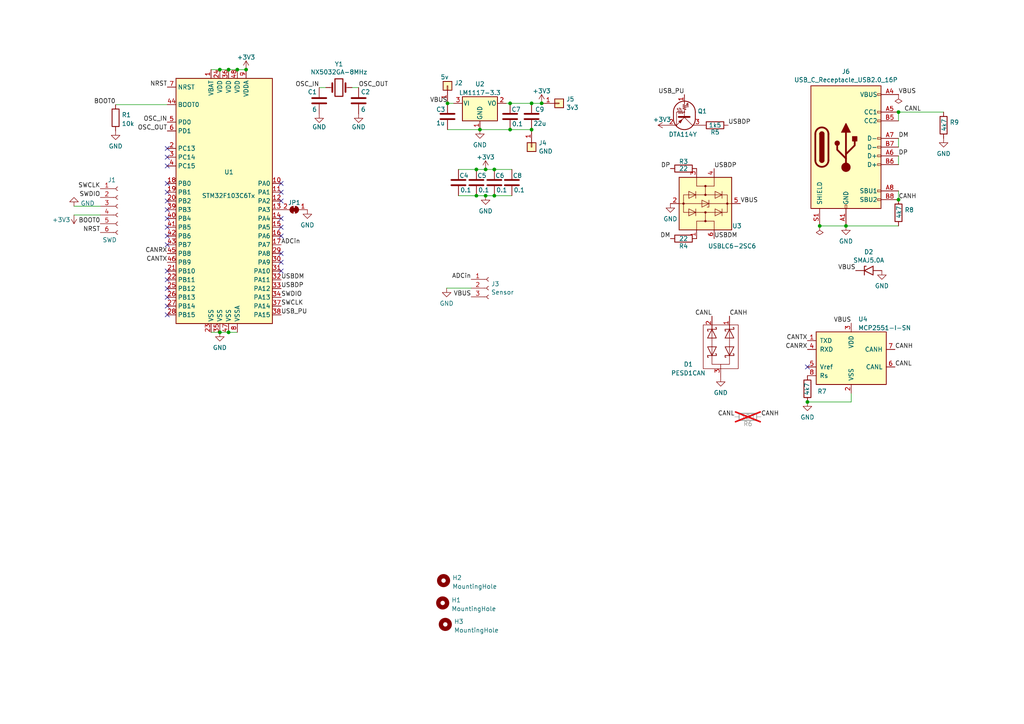
<source format=kicad_sch>
(kicad_sch (version 20231120) (generator "eeschema") (generator_version "8.0")
  (paper "A4")
  (lib_symbols
    (symbol "Connector:Conn_01x03_Socket" (pin_names (offset 1.016) hide)
      (property "Reference" "J" (at 0 5.08 0))
      (property "Value" "Conn_01x03_Socket" (at 0 -5.08 0))
      (symbol "Conn_01x03_Socket_1_1"
        (arc (start 0 -2.032) (mid -0.5058 -2.54) (end 0 -3.048) (stroke (width 0.1524)))
        (polyline (pts (xy -1.27 -2.54) (xy -0.508 -2.54)) (stroke (width 0.1524)))
        (polyline (pts (xy -1.27 0) (xy -0.508 0)) (stroke (width 0.1524)))
        (polyline (pts (xy -1.27 2.54) (xy -0.508 2.54)) (stroke (width 0.1524)))
        (arc (start 0 0.508) (mid -0.5058 0) (end 0 -0.508) (stroke (width 0.1524)))
        (arc (start 0 3.048) (mid -0.5058 2.54) (end 0 2.032) (stroke (width 0.1524)))
        (pin passive line (at -5.08 2.54 0) (length 3.81) (name "Pin_1") (number "1"))
        (pin passive line (at -5.08 0 0) (length 3.81) (name "Pin_2") (number "2"))
        (pin passive line (at -5.08 -2.54 0) (length 3.81) (name "Pin_3") (number "3"))
      )
    )
    (symbol "Connector:Conn_01x06_Female" (pin_names (offset 1.016) hide)
      (property "Reference" "J" (at 0 7.62 0))
      (property "Value" "Conn_01x06_Female" (at 0 -10.16 0))
      (symbol "Conn_01x06_Female_1_1"
        (arc (start 0 -7.112) (mid -0.5058 -7.62) (end 0 -8.128) (stroke (width 0.1524)))
        (arc (start 0 -4.572) (mid -0.5058 -5.08) (end 0 -5.588) (stroke (width 0.1524)))
        (arc (start 0 -2.032) (mid -0.5058 -2.54) (end 0 -3.048) (stroke (width 0.1524)))
        (polyline (pts (xy -1.27 -7.62) (xy -0.508 -7.62)) (stroke (width 0.1524)))
        (polyline (pts (xy -1.27 -5.08) (xy -0.508 -5.08)) (stroke (width 0.1524)))
        (polyline (pts (xy -1.27 -2.54) (xy -0.508 -2.54)) (stroke (width 0.1524)))
        (polyline (pts (xy -1.27 0) (xy -0.508 0)) (stroke (width 0.1524)))
        (polyline (pts (xy -1.27 2.54) (xy -0.508 2.54)) (stroke (width 0.1524)))
        (polyline (pts (xy -1.27 5.08) (xy -0.508 5.08)) (stroke (width 0.1524)))
        (arc (start 0 0.508) (mid -0.5058 0) (end 0 -0.508) (stroke (width 0.1524)))
        (arc (start 0 3.048) (mid -0.5058 2.54) (end 0 2.032) (stroke (width 0.1524)))
        (arc (start 0 5.588) (mid -0.5058 5.08) (end 0 4.572) (stroke (width 0.1524)))
        (pin passive line (at -5.08 5.08 0) (length 3.81) (name "Pin_1") (number "1"))
        (pin passive line (at -5.08 2.54 0) (length 3.81) (name "Pin_2") (number "2"))
        (pin passive line (at -5.08 0 0) (length 3.81) (name "Pin_3") (number "3"))
        (pin passive line (at -5.08 -2.54 0) (length 3.81) (name "Pin_4") (number "4"))
        (pin passive line (at -5.08 -5.08 0) (length 3.81) (name "Pin_5") (number "5"))
        (pin passive line (at -5.08 -7.62 0) (length 3.81) (name "Pin_6") (number "6"))
      )
    )
    (symbol "Connector:USB_C_Receptacle_USB2.0_16P" (pin_names (offset 1.016))
      (property "Reference" "J" (at 0 22.225 0))
      (property "Value" "USB_C_Receptacle_USB2.0_16P" (at 0 19.685 0))
      (symbol "USB_C_Receptacle_USB2.0_16P_0_0"
        (rectangle (start -0.254 -17.78) (end 0.254 -16.764))
        (rectangle (start 10.16 -14.986) (end 9.144 -15.494))
        (rectangle (start 10.16 -12.446) (end 9.144 -12.954))
        (rectangle (start 10.16 -4.826) (end 9.144 -5.334))
        (rectangle (start 10.16 -2.286) (end 9.144 -2.794))
        (rectangle (start 10.16 0.254) (end 9.144 -0.254))
        (rectangle (start 10.16 2.794) (end 9.144 2.286))
        (rectangle (start 10.16 7.874) (end 9.144 7.366))
        (rectangle (start 10.16 10.414) (end 9.144 9.906))
        (rectangle (start 10.16 15.494) (end 9.144 14.986))
      )
      (symbol "USB_C_Receptacle_USB2.0_16P_0_1"
        (rectangle (start -10.16 17.78) (end 10.16 -17.78) (stroke (width 0.254)) (fill (type background)))
        (arc (start -8.89 -3.81) (mid -6.985 -5.7067) (end -5.08 -3.81) (stroke (width 0.508)))
        (arc (start -7.62 -3.81) (mid -6.985 -4.4423) (end -6.35 -3.81) (stroke (width 0.254)))
        (arc (start -7.62 -3.81) (mid -6.985 -4.4423) (end -6.35 -3.81) (stroke (width 0.254)) (fill (type outline)))
        (rectangle (start -7.62 -3.81) (end -6.35 3.81) (stroke (width 0.254)) (fill (type outline)))
        (arc (start -6.35 3.81) (mid -6.985 4.4423) (end -7.62 3.81) (stroke (width 0.254)))
        (arc (start -6.35 3.81) (mid -6.985 4.4423) (end -7.62 3.81) (stroke (width 0.254)) (fill (type outline)))
        (arc (start -5.08 3.81) (mid -6.985 5.7067) (end -8.89 3.81) (stroke (width 0.508)))
        (circle (center -2.54 1.143) (radius 0.635) (stroke (width 0.254)) (fill (type outline)))
        (circle (center 0 -5.842) (radius 1.27) (fill (type outline)))
        (polyline (pts (xy -8.89 -3.81) (xy -8.89 3.81)) (stroke (width 0.508)))
        (polyline (pts (xy -5.08 3.81) (xy -5.08 -3.81)) (stroke (width 0.508)))
        (polyline (pts (xy 0 -5.842) (xy 0 4.318)) (stroke (width 0.508)))
        (polyline (pts (xy 0 -3.302) (xy -2.54 -0.762) (xy -2.54 0.508)) (stroke (width 0.508)))
        (polyline (pts (xy 0 -2.032) (xy 2.54 0.508) (xy 2.54 1.778)) (stroke (width 0.508)))
        (polyline (pts (xy -1.27 4.318) (xy 0 6.858) (xy 1.27 4.318) (xy -1.27 4.318)) (stroke (width 0.254)) (fill (type outline)))
        (rectangle (start 1.905 1.778) (end 3.175 3.048) (stroke (width 0.254)) (fill (type outline)))
      )
      (symbol "USB_C_Receptacle_USB2.0_16P_1_1"
        (pin passive line (at 0 -22.86 90) (length 5.08) (name "GND") (number "A1"))
        (pin passive line (at 0 -22.86 90) (length 5.08) hide (name "GND") (number "A12"))
        (pin passive line (at 15.24 15.24 180) (length 5.08) (name "VBUS") (number "A4"))
        (pin bidirectional line (at 15.24 10.16 180) (length 5.08) (name "CC1") (number "A5"))
        (pin bidirectional line (at 15.24 -2.54 180) (length 5.08) (name "D+") (number "A6"))
        (pin bidirectional line (at 15.24 2.54 180) (length 5.08) (name "D-") (number "A7"))
        (pin bidirectional line (at 15.24 -12.7 180) (length 5.08) (name "SBU1") (number "A8"))
        (pin passive line (at 15.24 15.24 180) (length 5.08) hide (name "VBUS") (number "A9"))
        (pin passive line (at 0 -22.86 90) (length 5.08) hide (name "GND") (number "B1"))
        (pin passive line (at 0 -22.86 90) (length 5.08) hide (name "GND") (number "B12"))
        (pin passive line (at 15.24 15.24 180) (length 5.08) hide (name "VBUS") (number "B4"))
        (pin bidirectional line (at 15.24 7.62 180) (length 5.08) (name "CC2") (number "B5"))
        (pin bidirectional line (at 15.24 -5.08 180) (length 5.08) (name "D+") (number "B6"))
        (pin bidirectional line (at 15.24 0 180) (length 5.08) (name "D-") (number "B7"))
        (pin bidirectional line (at 15.24 -15.24 180) (length 5.08) (name "SBU2") (number "B8"))
        (pin passive line (at 15.24 15.24 180) (length 5.08) hide (name "VBUS") (number "B9"))
        (pin passive line (at -7.62 -22.86 90) (length 5.08) (name "SHIELD") (number "S1"))
      )
    )
    (symbol "Connector_Generic:Conn_01x01" (pin_names (offset 1.016) hide)
      (property "Reference" "J" (at 0 2.54 0))
      (property "Value" "Conn_01x01" (at 0 -2.54 0))
      (symbol "Conn_01x01_1_1"
        (rectangle (start -1.27 0.127) (end 0 -0.127) (stroke (width 0.1524)))
        (rectangle (start -1.27 1.27) (end 1.27 -1.27) (stroke (width 0.254)) (fill (type background)))
        (pin passive line (at -5.08 0 0) (length 3.81) (name "Pin_1") (number "1"))
      )
    )
    (symbol "Device:C" (pin_numbers hide) (pin_names (offset 0.254))
      (property "Reference" "C" (at 0.635 2.54 0))
      (property "Value" "C" (at 0.635 -2.54 0))
      (symbol "C_0_1"
        (polyline (pts (xy -2.032 -0.762) (xy 2.032 -0.762)) (stroke (width 0.508)))
        (polyline (pts (xy -2.032 0.762) (xy 2.032 0.762)) (stroke (width 0.508)))
      )
      (symbol "C_1_1"
        (pin passive line (at 0 3.81 270) (length 2.794) (name "~") (number "1"))
        (pin passive line (at 0 -3.81 90) (length 2.794) (name "~") (number "2"))
      )
    )
    (symbol "Device:Crystal" (pin_numbers hide) (pin_names (offset 1.016) hide)
      (property "Reference" "Y" (at 0 3.81 0))
      (property "Value" "Crystal" (at 0 -3.81 0))
      (symbol "Crystal_0_1"
        (rectangle (start -1.143 2.54) (end 1.143 -2.54) (stroke (width 0.3048)))
        (polyline (pts (xy -2.54 0) (xy -1.905 0)))
        (polyline (pts (xy -1.905 -1.27) (xy -1.905 1.27)) (stroke (width 0.508)))
        (polyline (pts (xy 1.905 -1.27) (xy 1.905 1.27)) (stroke (width 0.508)))
        (polyline (pts (xy 2.54 0) (xy 1.905 0)))
      )
      (symbol "Crystal_1_1"
        (pin passive line (at -3.81 0 0) (length 1.27) (name "1") (number "1"))
        (pin passive line (at 3.81 0 180) (length 1.27) (name "2") (number "2"))
      )
    )
    (symbol "Device:R" (pin_numbers hide) (pin_names (offset 0))
      (property "Reference" "R" (at 2.032 0 90))
      (property "Value" "R" (at 0 0 90))
      (symbol "R_0_1"
        (rectangle (start -1.016 -2.54) (end 1.016 2.54) (stroke (width 0.254)))
      )
      (symbol "R_1_1"
        (pin passive line (at 0 3.81 270) (length 1.27) (name "~") (number "1"))
        (pin passive line (at 0 -3.81 90) (length 1.27) (name "~") (number "2"))
      )
    )
    (symbol "Diode:SMAJ5.0A" (pin_numbers hide) (pin_names (offset 1.016) hide)
      (property "Reference" "D" (at 0 2.54 0))
      (property "Value" "SMAJ5.0A" (at 0 -2.54 0))
      (symbol "SMAJ5.0A_0_1"
        (polyline (pts (xy -0.762 1.27) (xy -1.27 1.27) (xy -1.27 -1.27)) (stroke (width 0.254)))
        (polyline (pts (xy 1.27 1.27) (xy 1.27 -1.27) (xy -1.27 0) (xy 1.27 1.27)) (stroke (width 0.254)))
      )
      (symbol "SMAJ5.0A_1_1"
        (pin passive line (at -3.81 0 0) (length 2.54) (name "A1") (number "1"))
        (pin passive line (at 3.81 0 180) (length 2.54) (name "A2") (number "2"))
      )
    )
    (symbol "Interface_CAN_LIN:MCP2551-I-SN" (pin_names (offset 1.016))
      (property "Reference" "U" (at -10.16 8.89 0))
      (property "Value" "MCP2551-I-SN" (at 2.54 8.89 0))
      (symbol "MCP2551-I-SN_0_1"
        (rectangle (start -10.16 7.62) (end 10.16 -7.62) (stroke (width 0.254)) (fill (type background)))
      )
      (symbol "MCP2551-I-SN_1_1"
        (pin input line (at -12.7 5.08 0) (length 2.54) (name "TXD") (number "1"))
        (pin power_in line (at 0 -10.16 90) (length 2.54) (name "VSS") (number "2"))
        (pin power_in line (at 0 10.16 270) (length 2.54) (name "VDD") (number "3"))
        (pin output line (at -12.7 2.54 0) (length 2.54) (name "RXD") (number "4"))
        (pin power_out line (at -12.7 -2.54 0) (length 2.54) (name "Vref") (number "5"))
        (pin bidirectional line (at 12.7 -2.54 180) (length 2.54) (name "CANL") (number "6"))
        (pin bidirectional line (at 12.7 2.54 180) (length 2.54) (name "CANH") (number "7"))
        (pin input line (at -12.7 -5.08 0) (length 2.54) (name "Rs") (number "8"))
      )
    )
    (symbol "Jumper:SolderJumper_2_Bridged" (pin_names (offset 0) hide)
      (property "Reference" "JP" (at 0 2.032 0))
      (property "Value" "SolderJumper_2_Bridged" (at 0 -2.54 0))
      (symbol "SolderJumper_2_Bridged_0_1"
        (rectangle (start -0.508 0.508) (end 0.508 -0.508) (fill (type outline)))
        (arc (start -0.254 1.016) (mid -1.2655 0) (end -0.254 -1.016))
        (arc (start -0.254 1.016) (mid -1.2655 0) (end -0.254 -1.016) (fill (type outline)))
        (polyline (pts (xy -0.254 1.016) (xy -0.254 -1.016)))
        (polyline (pts (xy 0.254 1.016) (xy 0.254 -1.016)))
        (arc (start 0.254 -1.016) (mid 1.2655 0) (end 0.254 1.016))
        (arc (start 0.254 -1.016) (mid 1.2655 0) (end 0.254 1.016) (fill (type outline)))
      )
      (symbol "SolderJumper_2_Bridged_1_1"
        (pin passive line (at -3.81 0 0) (length 2.54) (name "A") (number "1"))
        (pin passive line (at 3.81 0 180) (length 2.54) (name "B") (number "2"))
      )
    )
    (symbol "MCU_ST_STM32F1:STM32F103C6Tx"
      (property "Reference" "U" (at -15.24 36.83 0))
      (property "Value" "STM32F103C6Tx" (at 7.62 36.83 0))
      (symbol "STM32F103C6Tx_0_1"
        (rectangle (start -15.24 -35.56) (end 12.7 35.56) (stroke (width 0.254)) (fill (type background)))
      )
      (symbol "STM32F103C6Tx_1_1"
        (pin power_in line (at -5.08 38.1 270) (length 2.54) (name "VBAT") (number "1"))
        (pin bidirectional line (at 15.24 5.08 180) (length 2.54) (name "PA0") (number "10"))
        (pin bidirectional line (at 15.24 2.54 180) (length 2.54) (name "PA1") (number "11"))
        (pin bidirectional line (at 15.24 0 180) (length 2.54) (name "PA2") (number "12"))
        (pin bidirectional line (at 15.24 -2.54 180) (length 2.54) (name "PA3") (number "13"))
        (pin bidirectional line (at 15.24 -5.08 180) (length 2.54) (name "PA4") (number "14"))
        (pin bidirectional line (at 15.24 -7.62 180) (length 2.54) (name "PA5") (number "15"))
        (pin bidirectional line (at 15.24 -10.16 180) (length 2.54) (name "PA6") (number "16"))
        (pin bidirectional line (at 15.24 -12.7 180) (length 2.54) (name "PA7") (number "17"))
        (pin bidirectional line (at -17.78 5.08 0) (length 2.54) (name "PB0") (number "18"))
        (pin bidirectional line (at -17.78 2.54 0) (length 2.54) (name "PB1") (number "19"))
        (pin bidirectional line (at -17.78 15.24 0) (length 2.54) (name "PC13") (number "2"))
        (pin bidirectional line (at -17.78 0 0) (length 2.54) (name "PB2") (number "20"))
        (pin bidirectional line (at -17.78 -20.32 0) (length 2.54) (name "PB10") (number "21"))
        (pin bidirectional line (at -17.78 -22.86 0) (length 2.54) (name "PB11") (number "22"))
        (pin power_in line (at -5.08 -38.1 90) (length 2.54) (name "VSS") (number "23"))
        (pin power_in line (at -2.54 38.1 270) (length 2.54) (name "VDD") (number "24"))
        (pin bidirectional line (at -17.78 -25.4 0) (length 2.54) (name "PB12") (number "25"))
        (pin bidirectional line (at -17.78 -27.94 0) (length 2.54) (name "PB13") (number "26"))
        (pin bidirectional line (at -17.78 -30.48 0) (length 2.54) (name "PB14") (number "27"))
        (pin bidirectional line (at -17.78 -33.02 0) (length 2.54) (name "PB15") (number "28"))
        (pin bidirectional line (at 15.24 -15.24 180) (length 2.54) (name "PA8") (number "29"))
        (pin bidirectional line (at -17.78 12.7 0) (length 2.54) (name "PC14") (number "3"))
        (pin bidirectional line (at 15.24 -17.78 180) (length 2.54) (name "PA9") (number "30"))
        (pin bidirectional line (at 15.24 -20.32 180) (length 2.54) (name "PA10") (number "31"))
        (pin bidirectional line (at 15.24 -22.86 180) (length 2.54) (name "PA11") (number "32"))
        (pin bidirectional line (at 15.24 -25.4 180) (length 2.54) (name "PA12") (number "33"))
        (pin bidirectional line (at 15.24 -27.94 180) (length 2.54) (name "PA13") (number "34"))
        (pin power_in line (at -2.54 -38.1 90) (length 2.54) (name "VSS") (number "35"))
        (pin power_in line (at 0 38.1 270) (length 2.54) (name "VDD") (number "36"))
        (pin bidirectional line (at 15.24 -30.48 180) (length 2.54) (name "PA14") (number "37"))
        (pin bidirectional line (at 15.24 -33.02 180) (length 2.54) (name "PA15") (number "38"))
        (pin bidirectional line (at -17.78 -2.54 0) (length 2.54) (name "PB3") (number "39"))
        (pin bidirectional line (at -17.78 10.16 0) (length 2.54) (name "PC15") (number "4"))
        (pin bidirectional line (at -17.78 -5.08 0) (length 2.54) (name "PB4") (number "40"))
        (pin bidirectional line (at -17.78 -7.62 0) (length 2.54) (name "PB5") (number "41"))
        (pin bidirectional line (at -17.78 -10.16 0) (length 2.54) (name "PB6") (number "42"))
        (pin bidirectional line (at -17.78 -12.7 0) (length 2.54) (name "PB7") (number "43"))
        (pin input line (at -17.78 27.94 0) (length 2.54) (name "BOOT0") (number "44"))
        (pin bidirectional line (at -17.78 -15.24 0) (length 2.54) (name "PB8") (number "45"))
        (pin bidirectional line (at -17.78 -17.78 0) (length 2.54) (name "PB9") (number "46"))
        (pin power_in line (at 0 -38.1 90) (length 2.54) (name "VSS") (number "47"))
        (pin power_in line (at 2.54 38.1 270) (length 2.54) (name "VDD") (number "48"))
        (pin input line (at -17.78 22.86 0) (length 2.54) (name "PD0") (number "5"))
        (pin input line (at -17.78 20.32 0) (length 2.54) (name "PD1") (number "6"))
        (pin input line (at -17.78 33.02 0) (length 2.54) (name "NRST") (number "7"))
        (pin power_in line (at 2.54 -38.1 90) (length 2.54) (name "VSSA") (number "8"))
        (pin power_in line (at 5.08 38.1 270) (length 2.54) (name "VDDA") (number "9"))
      )
    )
    (symbol "Mechanical:MountingHole" (pin_names (offset 1.016))
      (property "Reference" "H" (at 0 5.08 0))
      (property "Value" "MountingHole" (at 0 3.175 0))
      (symbol "MountingHole_0_1"
        (circle (center 0 0) (radius 1.27) (stroke (width 1.27)))
      )
    )
    (symbol "Power_Protection:USBLC6-2SC6" (pin_names hide)
      (property "Reference" "U" (at 2.54 8.89 0))
      (property "Value" "USBLC6-2SC6" (at 2.54 -8.89 0))
      (symbol "USBLC6-2SC6_0_1"
        (rectangle (start -7.62 -7.62) (end 7.62 7.62) (stroke (width 0.254)) (fill (type background)))
        (circle (center -5.08 0) (radius 0.254) (fill (type outline)))
        (circle (center -2.54 0) (radius 0.254) (fill (type outline)))
        (rectangle (start -2.54 6.35) (end 2.54 -6.35))
        (circle (center 0 -6.35) (radius 0.254) (fill (type outline)))
        (polyline (pts (xy -5.08 -2.54) (xy -7.62 -2.54)))
        (polyline (pts (xy -5.08 0) (xy -5.08 -2.54)))
        (polyline (pts (xy -5.08 2.54) (xy -7.62 2.54)))
        (polyline (pts (xy -1.524 -2.794) (xy -3.556 -2.794)))
        (polyline (pts (xy -1.524 4.826) (xy -3.556 4.826)))
        (polyline (pts (xy 0 -7.62) (xy 0 -6.35)))
        (polyline (pts (xy 0 -6.35) (xy 0 1.27)))
        (polyline (pts (xy 0 1.27) (xy 0 6.35)))
        (polyline (pts (xy 0 6.35) (xy 0 7.62)))
        (polyline (pts (xy 1.524 -2.794) (xy 3.556 -2.794)))
        (polyline (pts (xy 1.524 4.826) (xy 3.556 4.826)))
        (polyline (pts (xy 5.08 -2.54) (xy 7.62 -2.54)))
        (polyline (pts (xy 5.08 0) (xy 5.08 -2.54)))
        (polyline (pts (xy 5.08 2.54) (xy 7.62 2.54)))
        (polyline (pts (xy -2.54 0) (xy -5.08 0) (xy -5.08 2.54)))
        (polyline (pts (xy 2.54 0) (xy 5.08 0) (xy 5.08 2.54)))
        (polyline (pts (xy -3.556 -4.826) (xy -1.524 -4.826) (xy -2.54 -2.794) (xy -3.556 -4.826)))
        (polyline (pts (xy -3.556 2.794) (xy -1.524 2.794) (xy -2.54 4.826) (xy -3.556 2.794)))
        (polyline (pts (xy -1.016 -1.016) (xy 1.016 -1.016) (xy 0 1.016) (xy -1.016 -1.016)))
        (polyline (pts (xy 1.016 1.016) (xy 0.762 1.016) (xy -1.016 1.016) (xy -1.016 0.508)))
        (polyline (pts (xy 3.556 -4.826) (xy 1.524 -4.826) (xy 2.54 -2.794) (xy 3.556 -4.826)))
        (polyline (pts (xy 3.556 2.794) (xy 1.524 2.794) (xy 2.54 4.826) (xy 3.556 2.794)))
        (circle (center 0 6.35) (radius 0.254) (fill (type outline)))
        (circle (center 2.54 0) (radius 0.254) (fill (type outline)))
        (circle (center 5.08 0) (radius 0.254) (fill (type outline)))
      )
      (symbol "USBLC6-2SC6_1_1"
        (pin passive line (at -10.16 -2.54 0) (length 2.54) (name "I/O1") (number "1"))
        (pin passive line (at 0 -10.16 90) (length 2.54) (name "GND") (number "2"))
        (pin passive line (at 10.16 -2.54 180) (length 2.54) (name "I/O2") (number "3"))
        (pin passive line (at 10.16 2.54 180) (length 2.54) (name "I/O2") (number "4"))
        (pin passive line (at 0 10.16 270) (length 2.54) (name "VBUS") (number "5"))
        (pin passive line (at -10.16 2.54 0) (length 2.54) (name "I/O1") (number "6"))
      )
    )
    (symbol "Regulator_Linear:LM1117-3.3" (pin_names (offset 0.254))
      (property "Reference" "U" (at -3.81 3.175 0))
      (property "Value" "LM1117-3.3" (at 0 3.175 0))
      (symbol "LM1117-3.3_0_1"
        (rectangle (start -5.08 -5.08) (end 5.08 1.905) (stroke (width 0.254)) (fill (type background)))
      )
      (symbol "LM1117-3.3_1_1"
        (pin power_in line (at 0 -7.62 90) (length 2.54) (name "GND") (number "1"))
        (pin power_out line (at 7.62 0 180) (length 2.54) (name "VO") (number "2"))
        (pin power_in line (at -7.62 0 0) (length 2.54) (name "VI") (number "3"))
      )
    )
    (symbol "Transistor_BJT:DTA114Y" (pin_names (offset 0) hide)
      (property "Reference" "Q" (at 5.08 1.905 0))
      (property "Value" "DTA114Y" (at 5.08 0 0))
      (symbol "DTA114Y_0_0"
        (text "10k" (at -3.302 0.889 0) (effects (font (size 0.508 0.508))))
        (text "47k" (at -2.159 -1.524 900) (effects (font (size 0.508 0.508))))
      )
      (symbol "DTA114Y_0_1"
        (circle (center -1.27 0) (radius 0.127))
        (arc (start -1.27 3.175) (mid -4.4311 0) (end -1.27 -3.175) (stroke (width 0.254)))
        (polyline (pts (xy -3.429 0) (xy -3.81 0)))
        (polyline (pts (xy -1.27 -3.175) (xy 0.635 -3.175)) (stroke (width 0.254)))
        (polyline (pts (xy -1.27 3.175) (xy 0.635 3.175)) (stroke (width 0.254)))
        (polyline (pts (xy 0 -0.254) (xy 2.54 2.286)))
        (polyline (pts (xy 0.127 1.524) (xy 0.127 -1.651)) (stroke (width 0.508)) (fill (type outline)))
        (polyline (pts (xy 2.54 2.286) (xy 2.54 2.54)))
        (polyline (pts (xy 2.54 -2.286) (xy 0 0.254) (xy 0 0.254)))
        (polyline (pts (xy 1.397 -1.651) (xy 1.905 -1.143) (xy 0.889 -0.635) (xy 1.397 -1.651)) (fill (type outline)))
        (polyline (pts (xy 0 0) (xy -1.905 0) (xy -2.032 0.508) (xy -2.286 -0.508) (xy -2.54 0.508) (xy -2.794 -0.508) (xy -3.048 0.508) (xy -3.302 -0.508) (xy -3.429 0)))
        (polyline (pts (xy -1.27 0) (xy -1.27 -0.381) (xy -0.762 -0.508) (xy -1.778 -0.762) (xy -0.762 -1.016) (xy -1.778 -1.27) (xy -0.762 -1.524) (xy -1.778 -1.778) (xy -1.27 -1.905) (xy -1.27 -2.286) (xy 2.54 -2.286)))
        (arc (start 0.635 -3.175) (mid 3.7961 0) (end 0.635 3.175) (stroke (width 0.254)))
        (circle (center 2.54 -2.286) (radius 0.127))
      )
      (symbol "DTA114Y_1_1"
        (pin input line (at -6.35 0 0) (length 2.54) (name "B") (number "1"))
        (pin passive line (at 2.54 -5.08 90) (length 2.54) (name "E") (number "2"))
        (pin passive line (at 2.54 5.08 270) (length 2.54) (name "C") (number "3"))
      )
    )
    (symbol "elements:PESD1CAN" (pin_names (offset 0.762) hide)
      (property "Reference" "D" (at 0 -8.89 0))
      (property "Value" "PESD1CAN" (at 1.27 3.81 0))
      (symbol "PESD1CAN_0_1"
        (rectangle (start -5.08 2.54) (end 7.62 -7.62))
        (polyline (pts (xy -3.556 -5.08) (xy 3.81 -5.08)))
        (polyline (pts (xy -3.556 0) (xy 3.81 0)))
        (polyline (pts (xy -3.81 -3.81) (xy -3.81 -6.35) (xy -3.81 -6.35)) (stroke (width 0.2032)))
        (polyline (pts (xy -3.81 1.27) (xy -3.81 -1.27) (xy -3.81 -1.27)) (stroke (width 0.2032)))
        (polyline (pts (xy 3.81 -3.81) (xy 3.81 -6.35) (xy 3.81 -6.35)) (stroke (width 0.2032)))
        (polyline (pts (xy 3.81 1.27) (xy 3.81 -1.27) (xy 3.81 -1.27)) (stroke (width 0.2032)))
        (polyline (pts (xy -3.81 -3.81) (xy -4.318 -3.81) (xy -4.318 -4.064) (xy -4.318 -4.064)) (stroke (width 0.2032)))
        (polyline (pts (xy -3.81 1.27) (xy -4.318 1.27) (xy -4.318 1.016) (xy -4.318 1.016)) (stroke (width 0.2032)))
        (polyline (pts (xy 3.81 -6.35) (xy 4.318 -6.35) (xy 4.318 -6.096) (xy 4.318 -6.096)) (stroke (width 0.2032)))
        (polyline (pts (xy 3.81 -3.81) (xy 3.302 -3.81) (xy 3.302 -4.064) (xy 3.302 -4.064)) (stroke (width 0.2032)))
        (polyline (pts (xy 3.81 -1.27) (xy 4.318 -1.27) (xy 4.318 -1.016) (xy 4.318 -1.016)) (stroke (width 0.2032)))
        (polyline (pts (xy 3.81 0) (xy 6.35 0) (xy 6.35 -5.08) (xy 3.81 -5.08)))
        (polyline (pts (xy 3.81 1.27) (xy 3.302 1.27) (xy 3.302 1.016) (xy 3.302 1.016)) (stroke (width 0.2032)))
        (polyline (pts (xy -3.302 -6.096) (xy -3.302 -6.35) (xy -3.81 -6.35) (xy -3.81 -6.35) (xy -3.81 -6.35)) (stroke (width 0.2032)))
        (polyline (pts (xy -3.302 -1.016) (xy -3.302 -1.27) (xy -3.81 -1.27) (xy -3.81 -1.27) (xy -3.81 -1.27)) (stroke (width 0.2032)))
        (polyline (pts (xy -1.27 -6.35) (xy -3.81 -5.08) (xy -1.27 -3.81) (xy -1.27 -6.35) (xy -1.27 -6.35) (xy -1.27 -6.35)) (stroke (width 0.2032)))
        (polyline (pts (xy -1.27 -1.27) (xy -3.81 0) (xy -1.27 1.27) (xy -1.27 -1.27) (xy -1.27 -1.27) (xy -1.27 -1.27)) (stroke (width 0.2032)))
        (polyline (pts (xy 1.27 -3.81) (xy 3.81 -5.08) (xy 1.27 -6.35) (xy 1.27 -3.81) (xy 1.27 -3.81) (xy 1.27 -3.81)) (stroke (width 0.2032)))
        (polyline (pts (xy 1.27 1.27) (xy 3.81 0) (xy 1.27 -1.27) (xy 1.27 1.27) (xy 1.27 1.27) (xy 1.27 1.27)) (stroke (width 0.2032)))
        (pin passive line (at -7.62 0 0) (length 3.81) (name "K") (number "1"))
        (pin passive line (at -7.62 -5.08 0) (length 3.81) (name "K") (number "2"))
        (pin passive line (at 10.16 -2.54 180) (length 3.81) (name "O") (number "3"))
      )
    )
    (symbol "power:+3V3" (power) (pin_names (offset 0))
      (property "Value" "+3V3" (at 0 3.556 0))
      (symbol "+3V3_0_1"
        (polyline (pts (xy -0.762 1.27) (xy 0 2.54)))
        (polyline (pts (xy 0 0) (xy 0 2.54)))
        (polyline (pts (xy 0 2.54) (xy 0.762 1.27)))
      )
      (symbol "+3V3_1_1"
        (pin power_in line (at 0 0 90) (length 0) hide (name "+3V3") (number "1"))
      )
    )
    (symbol "power:GND" (power) (pin_names (offset 0))
      (property "Value" "GND" (at 0 -3.81 0))
      (symbol "GND_0_1"
        (polyline (pts (xy 0 0) (xy 0 -1.27) (xy 1.27 -1.27) (xy 0 -2.54) (xy -1.27 -1.27) (xy 0 -1.27)))
      )
      (symbol "GND_1_1"
        (pin power_in line (at 0 0 270) (length 0) hide (name "GND") (number "1"))
      )
    )
    (symbol "power:PWR_FLAG" (power) (pin_numbers hide) (pin_names (offset 0) hide)
      (property "Value" "PWR_FLAG" (at 0 3.81 0))
      (symbol "PWR_FLAG_0_0"
        (pin power_out line (at 0 0 90) (length 0) (name "pwr") (number "1"))
      )
      (symbol "PWR_FLAG_0_1"
        (polyline (pts (xy 0 0) (xy 0 1.27) (xy -1.016 1.905) (xy 0 2.54) (xy 1.016 1.905) (xy 0 1.27)))
      )
    )
    (symbol "stm32-rescue:R" (pin_numbers hide) (pin_names (offset 0))
      (property "Reference" "R" (at 2.032 0 90))
      (property "Value" "R" (at 0 0 90))
      (symbol "R_0_1"
        (rectangle (start -1.016 -2.54) (end 1.016 2.54) (stroke (width 0.254)))
      )
      (symbol "R_1_1"
        (pin passive line (at 0 3.81 270) (length 1.27) (name "~") (number "1"))
        (pin passive line (at 0 -3.81 90) (length 1.27) (name "~") (number "2"))
      )
    )
  )
  (junction (at 154.178 37.592))
  (junction (at 71.374 20.193))
  (junction (at 143.383 49.149))
  (junction (at 260.604 57.912))
  (junction (at 138.176 56.769))
  (junction (at 138.176 49.149))
  (junction (at 140.843 56.769))
  (junction (at 143.383 56.769))
  (junction (at 129.794 29.972))
  (junction (at 245.364 65.532))
  (junction (at 234.188 116.586))
  (junction (at 237.744 65.532))
  (junction (at 139.192 37.592))
  (junction (at 66.294 20.193))
  (junction (at 154.178 29.972))
  (junction (at 147.955 37.592))
  (junction (at 63.754 96.393))
  (junction (at 66.294 96.393))
  (junction (at 147.955 29.972))
  (junction (at 63.754 20.193))
  (junction (at 260.604 32.512))
  (junction (at 68.834 20.193))
  (junction (at 140.843 49.149))
  (junction (at 157.099 29.972))
  (no_connect (at 81.534 76.073))
  (no_connect (at 81.534 58.293))
  (no_connect (at 81.534 78.613))
  (no_connect (at 48.514 53.213))
  (no_connect (at 48.514 63.373))
  (no_connect (at 48.514 65.913))
  (no_connect (at 48.514 68.453))
  (no_connect (at 48.514 70.993))
  (no_connect (at 48.514 43.053))
  (no_connect (at 48.514 55.753))
  (no_connect (at 48.514 58.293))
  (no_connect (at 48.514 60.833))
  (no_connect (at 48.514 78.613))
  (no_connect (at 48.514 81.153))
  (no_connect (at 48.514 83.693))
  (no_connect (at 48.514 86.233))
  (no_connect (at 48.514 88.773))
  (no_connect (at 81.534 68.453))
  (no_connect (at 81.534 55.753))
  (no_connect (at 234.188 106.426))
  (no_connect (at 81.534 73.533))
  (no_connect (at 81.534 53.213))
  (no_connect (at 48.514 91.313))
  (no_connect (at 48.514 48.133))
  (no_connect (at 48.514 45.593))
  (no_connect (at 81.534 65.913))
  (no_connect (at 81.534 63.373))
  (wire (pts (xy 147.955 37.592) (xy 154.178 37.592)))
  (wire (pts (xy 61.214 96.393) (xy 63.754 96.393)))
  (wire (pts (xy 154.178 29.972) (xy 157.099 29.972)))
  (wire (pts (xy 246.888 116.586) (xy 246.888 114.046)))
  (wire (pts (xy 138.176 49.149) (xy 140.843 49.149)))
  (wire (pts (xy 140.843 49.149) (xy 143.383 49.149)))
  (wire (pts (xy 132.969 56.769) (xy 138.176 56.769)))
  (wire (pts (xy 138.176 56.769) (xy 140.843 56.769)))
  (wire (pts (xy 132.969 49.149) (xy 138.176 49.149)))
  (wire (pts (xy 21.463 62.357) (xy 29.083 62.357)))
  (wire (pts (xy 234.188 116.586) (xy 246.888 116.586)))
  (wire (pts (xy 129.794 37.592) (xy 139.192 37.592)))
  (wire (pts (xy 140.843 56.769) (xy 143.383 56.769)))
  (wire (pts (xy 260.604 32.512) (xy 273.685 32.512)))
  (wire (pts (xy 63.754 96.393) (xy 66.294 96.393)))
  (wire (pts (xy 143.383 56.769) (xy 148.463 56.769)))
  (wire (pts (xy 129.794 29.972) (xy 131.572 29.972)))
  (wire (pts (xy 260.604 32.512) (xy 260.604 35.052)))
  (wire (pts (xy 63.754 20.193) (xy 66.294 20.193)))
  (wire (pts (xy 33.528 30.353) (xy 48.514 30.353)))
  (wire (pts (xy 129.54 83.566) (xy 136.652 83.566)))
  (wire (pts (xy 104.013 25.4) (xy 102.108 25.4)))
  (wire (pts (xy 143.383 49.149) (xy 148.463 49.149)))
  (wire (pts (xy 237.744 65.532) (xy 245.364 65.532)))
  (wire (pts (xy 245.364 65.532) (xy 260.604 65.532)))
  (wire (pts (xy 21.463 59.817) (xy 29.083 59.817)))
  (wire (pts (xy 146.812 29.972) (xy 147.955 29.972)))
  (wire (pts (xy 68.834 20.193) (xy 71.374 20.193)))
  (wire (pts (xy 147.955 29.972) (xy 154.178 29.972)))
  (wire (pts (xy 260.604 40.132) (xy 260.604 42.672)))
  (wire (pts (xy 260.604 55.372) (xy 260.604 57.912)))
  (wire (pts (xy 92.583 25.4) (xy 94.488 25.4)))
  (wire (pts (xy 66.294 96.393) (xy 68.834 96.393)))
  (wire (pts (xy 260.604 45.212) (xy 260.604 47.752)))
  (wire (pts (xy 139.192 37.592) (xy 147.955 37.592)))
  (wire (pts (xy 66.294 20.193) (xy 68.834 20.193)))
  (wire (pts (xy 61.214 20.193) (xy 63.754 20.193)))
  (label "OSC_IN" (at 92.583 25.4 180))
  (label "VBUS" (at 248.158 78.486 180))
  (label "ADCin" (at 136.652 81.026 180))
  (label "CANRX" (at 48.514 73.533 180))
  (label "CANTX" (at 234.188 98.806 180))
  (label "CANH" (at 211.582 91.694 0))
  (label "ADCin" (at 81.534 70.993 0))
  (label "CANL" (at 206.502 91.694 180))
  (label "BOOT0" (at 33.528 30.353 180))
  (label "DM" (at 260.604 40.132 0))
  (label "CANRX" (at 234.188 101.346 180))
  (label "USBDP" (at 211.201 36.322 0))
  (label "USB_PU" (at 81.534 91.313 0))
  (label "VBUS" (at 129.794 29.972 180))
  (label "DP" (at 194.437 48.895 180))
  (label "CANH" (at 259.588 101.346 0))
  (label "OSC_IN" (at 48.514 35.433 180))
  (label "SWCLK" (at 29.083 54.737 180))
  (label "VBUS" (at 136.652 86.106 180))
  (label "OSC_OUT" (at 104.013 25.4 0))
  (label "CANL" (at 262.255 32.512 0))
  (label "USBDM" (at 81.534 81.153 0))
  (label "USBDP" (at 207.137 48.895 0))
  (label "CANH" (at 260.604 57.912 0))
  (label "USBDM" (at 207.137 69.215 0))
  (label "DP" (at 260.604 45.212 0))
  (label "USB_PU" (at 198.501 27.432 180))
  (label "NRST" (at 29.083 67.437 180))
  (label "USBDP" (at 81.534 83.693 0))
  (label "SWDIO" (at 29.083 57.277 180))
  (label "CANTX" (at 48.514 76.073 180))
  (label "NRST" (at 48.514 25.273 180))
  (label "CANH" (at 220.726 120.904 0))
  (label "VBUS" (at 214.757 59.055 0))
  (label "BOOT0" (at 29.083 64.897 180))
  (label "CANL" (at 213.106 120.904 180))
  (label "CANL" (at 259.588 106.426 0))
  (label "SWCLK" (at 81.534 88.773 0))
  (label "SWDIO" (at 81.534 86.233 0))
  (label "OSC_OUT" (at 48.514 37.973 180))
  (label "VBUS" (at 246.888 93.726 180))
  (label "DM" (at 194.437 69.215 180))
  (label "VBUS" (at 260.604 27.432 0))
  (symbol (lib_id "power:GND") (at 63.754 96.393 0) (unit 1)
    (property "Reference" "#PWR05" (effects (hide yes)))
    (property "Value" "GND" (at 63.754 100.8364 0))
  )
  (symbol (lib_id "power:GND") (at 139.192 37.592 0) (unit 1)
    (property "Reference" "#PWR011" (effects (hide yes)))
    (property "Value" "GND" (at 139.192 42.0354 0))
  )
  (symbol (lib_id "Mechanical:MountingHole") (at 129.159 181.102 0) (unit 1)
    (property "Reference" "H3" (at 131.699 180.2673 0) (effects (justify left)))
    (property "Value" "MountingHole" (at 131.699 182.8042 0) (effects (justify left)))
    (property "Footprint" "MountingHole:MountingHole_3.2mm_M3" (effects (hide yes)))
  )
  (symbol (lib_id "Device:R") (at 273.685 36.322 0) (unit 1)
    (property "Reference" "R9" (at 275.463 35.4873 0) (effects (justify left)))
    (property "Value" "4k7" (at 273.812 38.1 90) (effects (justify left)))
    (property "Footprint" "Resistor_SMD:R_0603_1608Metric_Pad0.98x0.95mm_HandSolder" (effects (hide yes)))
  )
  (symbol (lib_id "power:GND") (at 273.685 40.132 0) (unit 1)
    (property "Reference" "#PWR020" (effects (hide yes)))
    (property "Value" "GND" (at 273.685 44.5754 0))
  )
  (symbol (lib_id "Connector:Conn_01x06_Female") (at 34.163 59.817 0) (unit 1)
    (property "Reference" "J1" (at 31.242 52.197 0) (effects (justify left)))
    (property "Value" "SWD" (at 29.718 69.596 0) (effects (justify left)))
    (property "Footprint" "Connector_PinHeader_1.27mm:PinHeader_1x06_P1.27mm_Vertical" (effects (hide yes)))
  )
  (symbol (lib_id "Device:C") (at 148.463 52.959 0) (unit 1)
    (property "Reference" "C8" (at 148.717 50.927 0) (effects (justify left)))
    (property "Value" "0.1" (at 148.971 55.118 0) (effects (justify left)))
    (property "Footprint" "Capacitor_SMD:C_0603_1608Metric_Pad1.08x0.95mm_HandSolder" (effects (hide yes)))
  )
  (symbol (lib_id "Connector_Generic:Conn_01x01") (at 154.178 42.672 270) (unit 1)
    (property "Reference" "J4" (at 156.21 41.4598 90) (effects (justify left)))
    (property "Value" "GND" (at 156.21 43.8841 90) (effects (justify left)))
    (property "Footprint" "Connector_Wire:SolderWire-0.5sqmm_1x01_D0.9mm_OD2.1mm" (effects (hide yes)))
  )
  (symbol (lib_id "power:+3V3") (at 140.843 49.149 0) (unit 1)
    (property "Reference" "#PWR012" (effects (hide yes)))
    (property "Value" "+3V3" (at 140.843 45.5732 0))
  )
  (symbol (lib_id "Device:R") (at 207.391 36.322 270) (unit 1)
    (property "Reference" "R5" (at 207.391 38.354 90))
    (property "Value" "1k5" (at 207.391 36.322 90))
    (property "Footprint" "Resistor_SMD:R_0603_1608Metric_Pad0.98x0.95mm_HandSolder" (effects (hide yes)))
  )
  (symbol (lib_id "power:+3V3") (at 71.374 20.193 0) (unit 1)
    (property "Reference" "#PWR06" (effects (hide yes)))
    (property "Value" "+3V3" (at 71.374 16.6172 0))
  )
  (symbol (lib_id "power:GND") (at 245.364 65.532 0) (unit 1)
    (property "Reference" "#PWR019" (effects (hide yes)))
    (property "Value" "GND" (at 245.364 69.9754 0))
  )
  (symbol (lib_id "Device:R") (at 260.604 61.722 0) (unit 1)
    (property "Reference" "R8" (at 262.382 60.8873 0) (effects (justify left)))
    (property "Value" "4k7" (at 260.731 63.373 90) (effects (justify left)))
    (property "Footprint" "Resistor_SMD:R_0603_1608Metric_Pad0.98x0.95mm_HandSolder" (effects (hide yes)))
  )
  (symbol (lib_id "Device:C") (at 129.794 33.782 0) (unit 1)
    (property "Reference" "C3" (at 126.492 31.75 0) (effects (justify left)))
    (property "Value" "1u" (at 126.492 35.687 0) (effects (justify left)))
    (property "Footprint" "Capacitor_SMD:C_0805_2012Metric_Pad1.18x1.45mm_HandSolder" (effects (hide yes)))
  )
  (symbol (lib_id "power:PWR_FLAG") (at 237.744 65.532 180) (unit 1)
    (property "Reference" "#FLG01" (effects (hide yes)))
    (property "Value" "PWR_FLAG" (effects (hide yes)))
  )
  (symbol (lib_id "Device:C") (at 143.383 52.959 0) (unit 1)
    (property "Reference" "C6" (at 143.637 50.927 0) (effects (justify left)))
    (property "Value" "0.1" (at 143.891 55.118 0) (effects (justify left)))
    (property "Footprint" "Capacitor_SMD:C_0603_1608Metric_Pad1.08x0.95mm_HandSolder" (effects (hide yes)))
  )
  (symbol (lib_id "power:+3V3") (at 21.463 62.357 180) (unit 1)
    (property "Reference" "#PWR02" (effects (hide yes)))
    (property "Value" "+3V3" (at 15.113 63.754 0) (effects (justify right)))
  )
  (symbol (lib_id "power:GND") (at 255.778 78.486 0) (unit 1)
    (property "Reference" "#PWR08" (effects (hide yes)))
    (property "Value" "GND" (at 255.778 82.9294 0))
  )
  (symbol (lib_id "elements:PESD1CAN") (at 211.582 99.314 270) (unit 1)
    (property "Reference" "D1" (at 199.644 105.664 90))
    (property "Value" "PESD1CAN" (at 199.644 108.204 90))
    (property "Footprint" "Package_TO_SOT_SMD:SOT-23" (effects (hide yes)))
  )
  (symbol (lib_id "Device:C") (at 138.176 52.959 0) (unit 1)
    (property "Reference" "C5" (at 138.43 50.927 0) (effects (justify left)))
    (property "Value" "0.1" (at 138.684 55.118 0) (effects (justify left)))
    (property "Footprint" "Capacitor_SMD:C_0603_1608Metric_Pad1.08x0.95mm_HandSolder" (effects (hide yes)))
  )
  (symbol (lib_id "power:+3V3") (at 193.421 36.322 90) (unit 1)
    (property "Reference" "#PWR015" (effects (hide yes)))
    (property "Value" "+3V3" (at 189.357 34.671 90) (effects (justify right)))
  )
  (symbol (lib_id "Connector_Generic:Conn_01x01") (at 129.794 24.892 90) (unit 1)
    (property "Reference" "J2" (at 131.826 24.0573 90) (effects (justify right)))
    (property "Value" "5v" (at 127.762 22.352 90) (effects (justify right)))
    (property "Footprint" "Connector_Wire:SolderWire-0.5sqmm_1x01_D0.9mm_OD2.1mm" (effects (hide yes)))
  )
  (symbol (lib_id "Device:C") (at 132.969 52.959 0) (unit 1)
    (property "Reference" "C4" (at 133.223 50.927 0) (effects (justify left)))
    (property "Value" "0.1" (at 133.477 55.118 0) (effects (justify left)))
    (property "Footprint" "Capacitor_SMD:C_0603_1608Metric_Pad1.08x0.95mm_HandSolder" (effects (hide yes)))
  )
  (symbol (lib_id "Device:C") (at 154.178 33.782 0) (unit 1)
    (property "Reference" "C9" (at 155.194 31.75 0) (effects (justify left)))
    (property "Value" "22u" (at 154.686 35.814 0) (effects (justify left)))
    (property "Footprint" "Capacitor_SMD:C_1206_3216Metric_Pad1.33x1.80mm_HandSolder" (effects (hide yes)))
  )
  (symbol (lib_id "Connector:Conn_01x03_Socket") (at 141.732 83.566 0) (unit 1)
    (property "Reference" "J3" (at 142.4432 82.3538 0) (effects (justify left)))
    (property "Value" "Sensor" (at 142.4432 84.7781 0) (effects (justify left)))
    (property "Footprint" "Connector_PinHeader_2.54mm:PinHeader_1x03_P2.54mm_Vertical" (effects (hide yes)))
    (property "Description" "Generic connector, single row, 01x03, script generated" (effects (hide yes)))
  )
  (symbol (lib_id "Device:R") (at 33.528 34.163 0) (unit 1)
    (property "Reference" "R1" (at 35.306 33.3283 0) (effects (justify left)))
    (property "Value" "10k" (at 35.306 35.8652 0) (effects (justify left)))
    (property "Footprint" "Resistor_SMD:R_0603_1608Metric_Pad0.98x0.95mm_HandSolder" (effects (hide yes)))
  )
  (symbol (lib_id "Mechanical:MountingHole") (at 128.651 168.402 0) (unit 1)
    (property "Reference" "H2" (at 131.191 167.5673 0) (effects (justify left)))
    (property "Value" "MountingHole" (at 131.191 170.1042 0) (effects (justify left)))
    (property "Footprint" "MountingHole:MountingHole_3.2mm_M3" (effects (hide yes)))
  )
  (symbol (lib_id "Device:R") (at 234.188 112.776 180) (unit 1)
    (property "Reference" "R7" (at 239.776 113.538 0) (effects (justify left)))
    (property "Value" "4k7" (at 234.061 110.998 90) (effects (justify left)))
    (property "Footprint" "Resistor_SMD:R_0603_1608Metric_Pad0.98x0.95mm_HandSolder" (effects (hide yes)))
  )
  (symbol (lib_id "Device:R") (at 198.247 48.895 90) (unit 1)
    (property "Reference" "R3" (at 198.247 46.863 90))
    (property "Value" "22" (at 198.247 48.895 90))
    (property "Footprint" "Resistor_SMD:R_0603_1608Metric_Pad0.98x0.95mm_HandSolder" (effects (hide yes)))
  )
  (symbol (lib_id "Transistor_BJT:DTA114Y") (at 198.501 33.782 270) (unit 1)
    (property "Reference" "Q1" (at 202.311 32.258 90) (effects (justify left)))
    (property "Value" "DTA114Y" (at 193.929 38.989 90) (effects (justify left)))
    (property "Footprint" "Package_TO_SOT_SMD:SOT-323_SC-70_Handsoldering" (effects (hide yes)))
  )
  (symbol (lib_id "Diode:SMAJ5.0A") (at 251.968 78.486 0) (unit 1)
    (property "Reference" "D2" (at 251.968 73.0715 0))
    (property "Value" "SMAJ5.0A" (at 251.968 75.4958 0))
    (property "Footprint" "Diode_SMD:D_SMA" (effects (hide yes)))
    (property "Datasheet" "https://www.littelfuse.com/media?resourcetype=datasheets&itemid=75e32973-b177-4ee3-a0ff-cedaf1abdb93&filename=smaj-datasheet" (effects (hide yes)))
    (property "Description" "400W unidirectional Transient Voltage Suppressor, 5.0Vr, SMA(DO-214AC)" (effects (hide yes)))
  )
  (symbol (lib_id "power:GND") (at 89.154 60.833 0) (mirror y) (unit 1)
    (property "Reference" "#PWR04" (effects (hide yes)))
    (property "Value" "GND" (at 89.154 65.2764 0))
  )
  (symbol (lib_id "power:GND") (at 33.528 37.973 0) (unit 1)
    (property "Reference" "#PWR03" (effects (hide yes)))
    (property "Value" "GND" (at 33.528 42.4164 0))
  )
  (symbol (lib_id "Mechanical:MountingHole") (at 128.397 174.879 0) (unit 1)
    (property "Reference" "H1" (at 130.937 174.0443 0) (effects (justify left)))
    (property "Value" "MountingHole" (at 130.937 176.5812 0) (effects (justify left)))
    (property "Footprint" "MountingHole:MountingHole_3.2mm_M3" (effects (hide yes)))
  )
  (symbol (lib_id "power:+3V3") (at 157.099 29.972 0) (unit 1)
    (property "Reference" "#PWR014" (effects (hide yes)))
    (property "Value" "+3V3" (at 157.099 26.3962 0))
  )
  (symbol (lib_id "Regulator_Linear:LM1117-3.3") (at 139.192 29.972 0) (unit 1)
    (property "Reference" "U2" (at 139.192 24.3672 0))
    (property "Value" "LM1117-3.3" (at 139.192 26.9041 0))
    (property "Footprint" "Package_TO_SOT_SMD:SOT-223-3_TabPin2" (effects (hide yes)))
    (property "Datasheet" "http://www.ti.com/lit/ds/symlink/lm1117.pdf" (effects (hide yes)))
  )
  (symbol (lib_id "MCU_ST_STM32F1:STM32F103C6Tx") (at 66.294 58.293 0) (unit 1)
    (property "Reference" "U1" (at 65.024 49.911 0) (effects (justify left)))
    (property "Value" "STM32F103C6Tx" (at 58.547 56.769 0) (effects (justify left)))
    (property "Footprint" "Package_QFP:LQFP-48_7x7mm_P0.5mm" (effects (hide yes)))
    (property "Datasheet" "http://www.st.com/st-web-ui/static/active/en/resource/technical/document/datasheet/CD00210843.pdf" (effects (hide yes)))
  )
  (symbol (lib_id "Jumper:SolderJumper_2_Bridged") (at 85.344 60.833 0) (mirror y) (unit 1)
    (property "Reference" "JP1" (at 85.344 58.7812 0))
    (property "Value" "CANbus" (effects (hide yes)))
    (property "Footprint" "Jumper:SolderJumper-2_P1.3mm_Open_TrianglePad1.0x1.5mm" (effects (hide yes)))
  )
  (symbol (lib_id "power:GND") (at 104.013 33.02 0) (unit 1)
    (property "Reference" "#PWR09" (effects (hide yes)))
    (property "Value" "GND" (at 104.013 36.83 0))
  )
  (symbol (lib_id "stm32-rescue:R") (at 216.916 120.904 270) (unit 1) (dnp yes)
    (property "Reference" "R6" (at 216.916 122.936 90))
    (property "Value" "120" (at 216.916 120.904 90))
    (property "Footprint" "Resistor_SMD:R_1210_3225Metric_Pad1.30x2.65mm_HandSolder" (effects (hide yes)))
  )
  (symbol (lib_id "Interface_CAN_LIN:MCP2551-I-SN") (at 246.888 103.886 0) (unit 1)
    (property "Reference" "U4" (at 248.9074 92.5662 0) (effects (justify left)))
    (property "Value" "MCP2551-I-SN" (at 248.9074 95.1031 0) (effects (justify left)))
    (property "Footprint" "Package_SO:SOIC-8_3.9x4.9mm_P1.27mm" (effects (hide yes)))
    (property "Datasheet" "http://ww1.microchip.com/downloads/en/devicedoc/21667d.pdf" (effects (hide yes)))
  )
  (symbol (lib_id "Connector_Generic:Conn_01x01") (at 162.179 29.972 0) (unit 1)
    (property "Reference" "J5" (at 164.211 28.7598 0) (effects (justify left)))
    (property "Value" "3v3" (at 164.211 31.1841 0) (effects (justify left)))
    (property "Footprint" "Connector_Wire:SolderWire-0.5sqmm_1x01_D0.9mm_OD2.1mm" (effects (hide yes)))
  )
  (symbol (lib_id "power:GND") (at 234.188 116.586 0) (unit 1)
    (property "Reference" "#PWR018" (effects (hide yes)))
    (property "Value" "GND" (at 234.188 121.0294 0))
  )
  (symbol (lib_id "Device:C") (at 92.583 29.21 0) (mirror y) (unit 1)
    (property "Reference" "C1" (at 91.948 26.67 0) (effects (justify left)))
    (property "Value" "6" (at 91.948 31.75 0) (effects (justify left)))
    (property "Footprint" "Capacitor_SMD:C_0603_1608Metric_Pad1.08x0.95mm_HandSolder" (effects (hide yes)))
  )
  (symbol (lib_id "Device:Crystal") (at 98.298 25.4 0) (unit 1)
    (property "Reference" "Y1" (at 98.298 18.5928 0))
    (property "Value" "NX5032GA-8MHz" (at 98.298 20.9042 0))
    (property "Footprint" "Crystal:Crystal_SMD_5032-2Pin_5.0x3.2mm" (effects (hide yes)))
  )
  (symbol (lib_id "Connector:USB_C_Receptacle_USB2.0_16P") (at 245.364 42.672 0) (unit 1)
    (property "Reference" "J6" (at 245.364 20.7475 0))
    (property "Value" "USB_C_Receptacle_USB2.0_16P" (at 245.364 23.1718 0))
    (property "Footprint" "Connector_USB:USB_C_Receptacle_HRO_TYPE-C-31-M-12" (effects (hide yes)))
    (property "Datasheet" "https://www.usb.org/sites/default/files/documents/usb_type-c.zip" (effects (hide yes)))
    (property "Description" "USB 2.0-only 16P Type-C Receptacle connector" (effects (hide yes)))
  )
  (symbol (lib_id "Power_Protection:USBLC6-2SC6") (at 204.597 59.055 270) (mirror x) (unit 1)
    (property "Reference" "U3" (at 213.741 65.532 90))
    (property "Value" "USBLC6-2SC6" (at 212.344 71.374 90))
    (property "Footprint" "Package_TO_SOT_SMD:SOT-23-6_Handsoldering" (effects (hide yes)))
    (property "Datasheet" "https://www.st.com/resource/en/datasheet/usblc6-2.pdf" (effects (hide yes)))
  )
  (symbol (lib_id "power:GND") (at 21.463 59.817 180) (unit 1)
    (property "Reference" "#PWR01" (effects (hide yes)))
    (property "Value" "GND" (at 23.368 58.9808 0) (effects (justify right)))
  )
  (symbol (lib_id "power:GND") (at 129.54 83.566 0) (unit 1)
    (property "Reference" "#PWR010" (effects (hide yes)))
    (property "Value" "GND" (at 129.54 88.0094 0))
  )
  (symbol (lib_id "power:GND") (at 209.042 109.474 0) (unit 1)
    (property "Reference" "#PWR017" (effects (hide yes)))
    (property "Value" "GND" (at 209.042 113.9174 0))
  )
  (symbol (lib_id "power:GND") (at 140.843 56.769 0) (unit 1)
    (property "Reference" "#PWR013" (effects (hide yes)))
    (property "Value" "GND" (at 140.843 61.2124 0))
  )
  (symbol (lib_id "power:PWR_FLAG") (at 260.604 27.432 180) (unit 1)
    (property "Reference" "#FLG02" (effects (hide yes)))
    (property "Value" "PWR_FLAG" (effects (hide yes)))
  )
  (symbol (lib_id "power:GND") (at 194.437 59.055 0) (unit 1)
    (property "Reference" "#PWR016" (effects (hide yes)))
    (property "Value" "GND" (at 194.437 63.4984 0))
  )
  (symbol (lib_id "Device:R") (at 198.247 69.215 90) (unit 1)
    (property "Reference" "R4" (at 198.247 71.374 90))
    (property "Value" "22" (at 198.247 69.215 90))
    (property "Footprint" "Resistor_SMD:R_0603_1608Metric_Pad0.98x0.95mm_HandSolder" (effects (hide yes)))
  )
  (symbol (lib_id "Device:C") (at 147.955 33.782 0) (unit 1)
    (property "Reference" "C7" (at 148.336 31.75 0) (effects (justify left)))
    (property "Value" "0.1" (at 148.463 35.941 0) (effects (justify left)))
    (property "Footprint" "Capacitor_SMD:C_0603_1608Metric_Pad1.08x0.95mm_HandSolder" (effects (hide yes)))
  )
  (symbol (lib_id "power:GND") (at 92.583 33.02 0) (unit 1)
    (property "Reference" "#PWR07" (effects (hide yes)))
    (property "Value" "GND" (at 92.583 36.83 0))
  )
  (symbol (lib_id "Device:C") (at 104.013 29.21 0) (unit 1)
    (property "Reference" "C2" (at 104.648 26.67 0) (effects (justify left)))
    (property "Value" "6" (at 104.648 31.75 0) (effects (justify left)))
    (property "Footprint" "Capacitor_SMD:C_0603_1608Metric_Pad1.08x0.95mm_HandSolder" (effects (hide yes)))
  )
)
</source>
